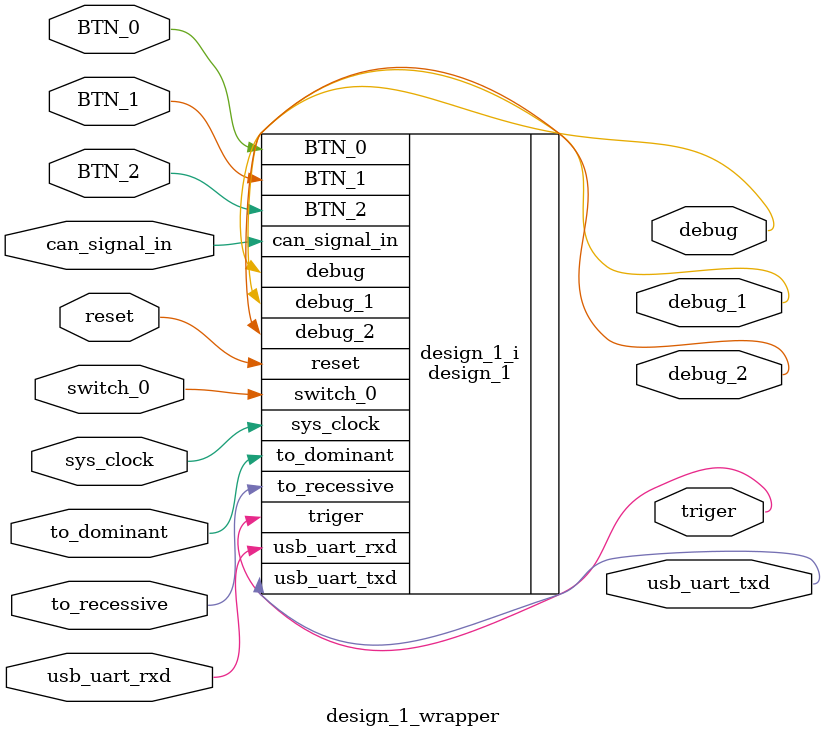
<source format=v>
`timescale 1 ps / 1 ps

module design_1_wrapper
   (BTN_0,
    BTN_1,
    BTN_2,
    can_signal_in,
    debug,
    debug_1,
    debug_2,
    reset,
    switch_0,
    sys_clock,
    to_dominant,
    to_recessive,
    triger,
    usb_uart_rxd,
    usb_uart_txd);
  input BTN_0;
  input BTN_1;
  input BTN_2;
  input can_signal_in;
  output debug;
  output debug_1;
  output debug_2;
  input reset;
  input switch_0;
  input sys_clock;
  inout to_dominant;
  inout to_recessive;
  output triger;
  input usb_uart_rxd;
  output usb_uart_txd;

  wire BTN_0;
  wire BTN_1;
  wire BTN_2;
  wire can_signal_in;
  wire debug;
  wire debug_1;
  wire debug_2;
  wire reset;
  wire switch_0;
  wire sys_clock;
  wire to_dominant;
  wire to_recessive;
  wire triger;
  wire usb_uart_rxd;
  wire usb_uart_txd;

  design_1 design_1_i
       (.BTN_0(BTN_0),
        .BTN_1(BTN_1),
        .BTN_2(BTN_2),
        .can_signal_in(can_signal_in),
        .debug(debug),
        .debug_1(debug_1),
        .debug_2(debug_2),
        .reset(reset),
        .switch_0(switch_0),
        .sys_clock(sys_clock),
        .to_dominant(to_dominant),
        .to_recessive(to_recessive),
        .triger(triger),
        .usb_uart_rxd(usb_uart_rxd),
        .usb_uart_txd(usb_uart_txd));
endmodule

</source>
